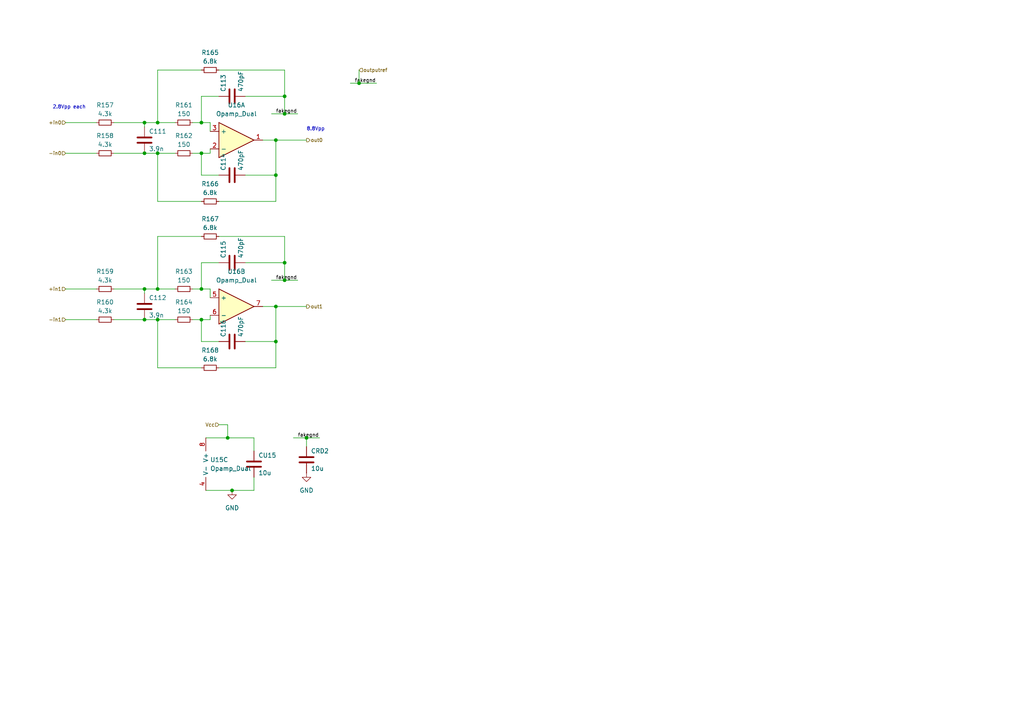
<source format=kicad_sch>
(kicad_sch (version 20231120) (generator "eeschema") (generator_version "8.0")
  (paper "A4")
  (lib_symbols
    (symbol "Device:C" (pin_numbers hide) (pin_names (offset 0.254))
      (property "Reference" "C" (at 0.635 2.54 0))
      (property "Value" "C" (at 0.635 -2.54 0))
      (symbol "C_0_1"
        (polyline (pts (xy -2.032 -0.762) (xy 2.032 -0.762)) (stroke (width 0.508)))
        (polyline (pts (xy -2.032 0.762) (xy 2.032 0.762)) (stroke (width 0.508)))
      )
      (symbol "C_1_1"
        (pin passive line (at 0 3.81 270) (length 2.794) (name "~") (number "1"))
        (pin passive line (at 0 -3.81 90) (length 2.794) (name "~") (number "2"))
      )
    )
    (symbol "Device:Opamp_Dual"
      (property "Reference" "U" (at 0 5.08 0))
      (property "Value" "Opamp_Dual" (at 0 -5.08 0))
      (symbol "Opamp_Dual_1_1"
        (polyline (pts (xy -5.08 5.08) (xy 5.08 0) (xy -5.08 -5.08) (xy -5.08 5.08)) (stroke (width 0.254)) (fill (type background)))
        (pin output line (at 7.62 0 180) (length 2.54) (name "~") (number "1"))
        (pin input line (at -7.62 -2.54 0) (length 2.54) (name "-") (number "2"))
        (pin input line (at -7.62 2.54 0) (length 2.54) (name "+") (number "3"))
      )
      (symbol "Opamp_Dual_2_1"
        (polyline (pts (xy -5.08 5.08) (xy 5.08 0) (xy -5.08 -5.08) (xy -5.08 5.08)) (stroke (width 0.254)) (fill (type background)))
        (pin input line (at -7.62 2.54 0) (length 2.54) (name "+") (number "5"))
        (pin input line (at -7.62 -2.54 0) (length 2.54) (name "-") (number "6"))
        (pin output line (at 7.62 0 180) (length 2.54) (name "~") (number "7"))
      )
      (symbol "Opamp_Dual_3_1"
        (pin power_in line (at -2.54 -7.62 90) (length 3.81) (name "V-") (number "4"))
        (pin power_in line (at -2.54 7.62 270) (length 3.81) (name "V+") (number "8"))
      )
    )
    (symbol "Device:R_Small" (pin_numbers hide) (pin_names (offset 0.254) hide)
      (property "Reference" "R" (at 0.762 0.508 0))
      (property "Value" "R_Small" (at 0.762 -1.016 0))
      (symbol "R_Small_0_1"
        (rectangle (start -0.762 1.778) (end 0.762 -1.778) (stroke (width 0.2032)))
      )
      (symbol "R_Small_1_1"
        (pin passive line (at 0 2.54 270) (length 0.762) (name "~") (number "1"))
        (pin passive line (at 0 -2.54 90) (length 0.762) (name "~") (number "2"))
      )
    )
    (symbol "power:GND" (power) (pin_numbers hide) (pin_names (offset 0) hide)
      (property "Value" "GND" (at 0 -3.81 0))
      (symbol "GND_0_1"
        (polyline (pts (xy 0 0) (xy 0 -1.27) (xy 1.27 -1.27) (xy 0 -2.54) (xy -1.27 -1.27) (xy 0 -1.27)))
      )
      (symbol "GND_1_1"
        (pin power_in line (at 0 0 270) (length 0) (name "~") (number "1"))
      )
    )
  )
  (junction (at 45.72 44.45))
  (junction (at 41.91 83.82))
  (junction (at 41.91 35.56))
  (junction (at 80.01 88.9))
  (junction (at 82.55 76.2))
  (junction (at 45.72 83.82))
  (junction (at 80.01 40.64))
  (junction (at 45.72 35.56))
  (junction (at 45.72 92.71))
  (junction (at 80.01 50.8))
  (junction (at 88.9 127))
  (junction (at 66.04 127))
  (junction (at 104.14 24.13))
  (junction (at 58.42 92.71))
  (junction (at 82.55 27.94))
  (junction (at 67.31 142.24))
  (junction (at 58.42 35.56))
  (junction (at 82.55 81.28))
  (junction (at 80.01 99.06))
  (junction (at 82.55 33.02))
  (junction (at 41.91 92.71))
  (junction (at 58.42 83.82))
  (junction (at 41.91 44.45))
  (junction (at 58.42 44.45))
  (wire (pts (xy 33.02 92.71) (xy 41.91 92.71)))
  (wire (pts (xy 71.12 27.94) (xy 82.55 27.94)))
  (wire (pts (xy 45.72 44.45) (xy 50.8 44.45)))
  (wire (pts (xy 45.72 35.56) (xy 50.8 35.56)))
  (wire (pts (xy 45.72 106.68) (xy 45.72 92.71)))
  (wire (pts (xy 63.5 76.2) (xy 58.42 76.2)))
  (wire (pts (xy 78.74 33.02) (xy 82.55 33.02)))
  (wire (pts (xy 41.91 35.56) (xy 41.91 36.83)))
  (wire (pts (xy 104.14 20.32) (xy 104.14 24.13)))
  (wire (pts (xy 58.42 27.94) (xy 58.42 35.56)))
  (wire (pts (xy 55.88 44.45) (xy 58.42 44.45)))
  (wire (pts (xy 55.88 83.82) (xy 58.42 83.82)))
  (wire (pts (xy 58.42 44.45) (xy 60.96 44.45)))
  (wire (pts (xy 63.5 123.19) (xy 66.04 123.19)))
  (wire (pts (xy 80.01 99.06) (xy 80.01 88.9)))
  (wire (pts (xy 71.12 76.2) (xy 82.55 76.2)))
  (wire (pts (xy 45.72 92.71) (xy 50.8 92.71)))
  (wire (pts (xy 63.5 20.32) (xy 82.55 20.32)))
  (wire (pts (xy 41.91 44.45) (xy 45.72 44.45)))
  (wire (pts (xy 60.96 92.71) (xy 60.96 91.44)))
  (wire (pts (xy 60.96 35.56) (xy 60.96 38.1)))
  (wire (pts (xy 104.14 24.13) (xy 109.22 24.13)))
  (wire (pts (xy 101.6 24.13) (xy 104.14 24.13)))
  (wire (pts (xy 73.66 127) (xy 73.66 130.81)))
  (wire (pts (xy 71.12 99.06) (xy 80.01 99.06)))
  (wire (pts (xy 45.72 83.82) (xy 50.8 83.82)))
  (wire (pts (xy 19.05 92.71) (xy 27.94 92.71)))
  (wire (pts (xy 82.55 33.02) (xy 86.36 33.02)))
  (wire (pts (xy 80.01 40.64) (xy 88.9 40.64)))
  (wire (pts (xy 58.42 58.42) (xy 45.72 58.42)))
  (wire (pts (xy 60.96 44.45) (xy 60.96 43.18)))
  (wire (pts (xy 33.02 35.56) (xy 41.91 35.56)))
  (wire (pts (xy 88.9 127) (xy 92.71 127)))
  (wire (pts (xy 55.88 92.71) (xy 58.42 92.71)))
  (wire (pts (xy 82.55 20.32) (xy 82.55 27.94)))
  (wire (pts (xy 45.72 58.42) (xy 45.72 44.45)))
  (wire (pts (xy 58.42 106.68) (xy 45.72 106.68)))
  (wire (pts (xy 63.5 106.68) (xy 80.01 106.68)))
  (wire (pts (xy 82.55 81.28) (xy 86.36 81.28)))
  (wire (pts (xy 73.66 142.24) (xy 73.66 138.43)))
  (wire (pts (xy 80.01 88.9) (xy 88.9 88.9)))
  (wire (pts (xy 58.42 20.32) (xy 45.72 20.32)))
  (wire (pts (xy 58.42 68.58) (xy 45.72 68.58)))
  (wire (pts (xy 67.31 142.24) (xy 73.66 142.24)))
  (wire (pts (xy 58.42 99.06) (xy 58.42 92.71)))
  (wire (pts (xy 45.72 20.32) (xy 45.72 35.56)))
  (wire (pts (xy 63.5 50.8) (xy 58.42 50.8)))
  (wire (pts (xy 59.69 127) (xy 66.04 127)))
  (wire (pts (xy 58.42 35.56) (xy 60.96 35.56)))
  (wire (pts (xy 71.12 50.8) (xy 80.01 50.8)))
  (wire (pts (xy 45.72 68.58) (xy 45.72 83.82)))
  (wire (pts (xy 58.42 92.71) (xy 60.96 92.71)))
  (wire (pts (xy 80.01 58.42) (xy 80.01 50.8)))
  (wire (pts (xy 66.04 127) (xy 73.66 127)))
  (wire (pts (xy 85.09 127) (xy 88.9 127)))
  (wire (pts (xy 19.05 83.82) (xy 27.94 83.82)))
  (wire (pts (xy 19.05 35.56) (xy 27.94 35.56)))
  (wire (pts (xy 41.91 92.71) (xy 45.72 92.71)))
  (wire (pts (xy 78.74 81.28) (xy 82.55 81.28)))
  (wire (pts (xy 58.42 83.82) (xy 60.96 83.82)))
  (wire (pts (xy 55.88 35.56) (xy 58.42 35.56)))
  (wire (pts (xy 41.91 83.82) (xy 45.72 83.82)))
  (wire (pts (xy 63.5 99.06) (xy 58.42 99.06)))
  (wire (pts (xy 60.96 83.82) (xy 60.96 86.36)))
  (wire (pts (xy 80.01 106.68) (xy 80.01 99.06)))
  (wire (pts (xy 41.91 83.82) (xy 41.91 85.09)))
  (wire (pts (xy 88.9 127) (xy 88.9 129.54)))
  (wire (pts (xy 66.04 123.19) (xy 66.04 127)))
  (wire (pts (xy 33.02 44.45) (xy 41.91 44.45)))
  (wire (pts (xy 82.55 27.94) (xy 82.55 33.02)))
  (wire (pts (xy 33.02 83.82) (xy 41.91 83.82)))
  (wire (pts (xy 58.42 76.2) (xy 58.42 83.82)))
  (wire (pts (xy 82.55 68.58) (xy 82.55 76.2)))
  (wire (pts (xy 82.55 76.2) (xy 82.55 81.28)))
  (wire (pts (xy 63.5 68.58) (xy 82.55 68.58)))
  (wire (pts (xy 63.5 27.94) (xy 58.42 27.94)))
  (wire (pts (xy 80.01 50.8) (xy 80.01 40.64)))
  (wire (pts (xy 80.01 40.64) (xy 76.2 40.64)))
  (wire (pts (xy 80.01 88.9) (xy 76.2 88.9)))
  (wire (pts (xy 58.42 50.8) (xy 58.42 44.45)))
  (wire (pts (xy 19.05 44.45) (xy 27.94 44.45)))
  (wire (pts (xy 63.5 58.42) (xy 80.01 58.42)))
  (wire (pts (xy 59.69 142.24) (xy 67.31 142.24)))
  (wire (pts (xy 41.91 35.56) (xy 45.72 35.56)))
  (text "2.8Vpp each" (at 15.24 31.75 0) (effects (font (size 1.016 1.016)) (justify left bottom)))
  (text "8.8Vpp" (at 88.9 38.1 0) (effects (font (size 1.016 1.016)) (justify left bottom)))
  (label "fakegnd" (at 86.36 127 0) (effects (font (size 1.016 1.016))))
  (label "fakegnd" (at 80.01 33.02 0) (effects (font (size 1.016 1.016))))
  (label "fakegnd" (at 102.87 24.13 0) (effects (font (size 1.016 1.016))))
  (label "fakegnd" (at 80.01 81.28 0) (effects (font (size 1.016 1.016))))
  (hierarchical_label "+in0" (shape input) (at 19.05 35.56 180) (effects (font (size 1.016 1.016))))
  (hierarchical_label "-in0" (shape input) (at 19.05 44.45 180) (effects (font (size 1.016 1.016))))
  (hierarchical_label "outputref" (shape input) (at 104.14 20.32 0) (effects (font (size 1.016 1.016))))
  (hierarchical_label "out1" (shape output) (at 88.9 88.9 0) (effects (font (size 1.016 1.016))))
  (hierarchical_label "out0" (shape output) (at 88.9 40.64 0) (effects (font (size 1.016 1.016))))
  (hierarchical_label "+in1" (shape input) (at 19.05 83.82 180) (effects (font (size 1.016 1.016))))
  (hierarchical_label "-in1" (shape input) (at 19.05 92.71 180) (effects (font (size 1.016 1.016))))
  (hierarchical_label "Vcc" (shape input) (at 63.5 123.19 180) (effects (font (size 1.016 1.016))))
  (symbol (lib_id "Device:C") (at 67.31 76.2 90) (unit 1)
    (property "Reference" "C115" (at 64.77 74.93 0) (effects (justify left)))
    (property "Value" "470pF" (at 69.85 74.93 0) (effects (justify left)))
    (property "Footprint" "invendelirium_audio:C_0603" (effects (hide yes)))
    (property "Voltage" "16V" (effects (hide yes)))
    (instances (project "uberamp1" (path "" (reference "C115") (unit 1)) (path "" (reference "C121") (unit 1)) (path "" (reference "C90") (unit 1)) (path "" (reference "C94") (unit 1))))
  )
  (symbol (lib_id "Device:R_Small") (at 53.34 44.45 90) (unit 1)
    (property "Reference" "R162" (at 53.34 39.37 90))
    (property "Value" "150" (at 53.34 41.91 90))
    (property "Footprint" "invendelirium_audio:R_0603" (effects (hide yes)))
    (instances (project "uberamp1" (path "" (reference "R162") (unit 1)) (path "" (reference "R174") (unit 1)) (path "" (reference "R110") (unit 1)) (path "" (reference "R123") (unit 1))))
  )
  (symbol (lib_id "Device:R_Small") (at 30.48 35.56 90) (unit 1)
    (property "Reference" "R157" (at 30.48 30.48 90))
    (property "Value" "4.3k" (at 30.48 33.02 90))
    (property "Footprint" "invendelirium_audio:R_0603" (effects (hide yes)))
    (instances (project "uberamp1" (path "" (reference "R157") (unit 1)) (path "" (reference "R169") (unit 1)) (path "" (reference "R107") (unit 1)) (path "" (reference "R118") (unit 1))))
  )
  (symbol (lib_id "Device:C") (at 67.31 99.06 90) (unit 1)
    (property "Reference" "C116" (at 64.77 97.79 0) (effects (justify left)))
    (property "Value" "470pF" (at 69.85 97.79 0) (effects (justify left)))
    (property "Footprint" "invendelirium_audio:C_0603" (effects (hide yes)))
    (property "Voltage" "16V" (effects (hide yes)))
    (instances (project "uberamp1" (path "" (reference "C116") (unit 1)) (path "" (reference "C122") (unit 1)) (path "" (reference "C91") (unit 1)) (path "" (reference "C95") (unit 1))))
  )
  (symbol (lib_id "Device:C") (at 41.91 88.9 0) (unit 1)
    (property "Reference" "C112" (at 43.18 86.36 0) (effects (justify left)))
    (property "Value" "3.9n" (at 43.18 91.44 0) (effects (justify left)))
    (property "Footprint" "invendelirium_audio:C_0603" (effects (hide yes)))
    (property "Voltage" "16V" (effects (hide yes)))
    (instances (project "uberamp1" (path "" (reference "C112") (unit 1)) (path "" (reference "C118") (unit 1)) (path "" (reference "C89") (unit 1)) (path "" (reference "C85") (unit 1))))
  )
  (symbol (lib_id "Device:R_Small") (at 53.34 83.82 90) (unit 1)
    (property "Reference" "R163" (at 53.34 78.74 90))
    (property "Value" "150" (at 53.34 81.28 90))
    (property "Footprint" "invendelirium_audio:R_0603" (effects (hide yes)))
    (instances (project "uberamp1" (path "" (reference "R163") (unit 1)) (path "" (reference "R175") (unit 1)) (path "" (reference "R114") (unit 1)) (path "" (reference "R124") (unit 1))))
  )
  (symbol (lib_id "Device:C") (at 73.66 134.62 0) (unit 1)
    (property "Reference" "CU15" (at 74.93 132.08 0) (effects (justify left)))
    (property "Value" "10u" (at 74.93 137.16 0) (effects (justify left)))
    (property "Footprint" "invendelirium_audio:C_0603" (effects (hide yes)))
    (property "Voltage" "16V" (effects (hide yes)))
    (instances (project "uberamp1" (path "" (reference "CU15") (unit 1)) (path "" (reference "CU17") (unit 1)) (path "" (reference "CU11") (unit 1)) (path "" (reference "CU9") (unit 1))))
  )
  (symbol (lib_id "Device:R_Small") (at 53.34 35.56 90) (unit 1)
    (property "Reference" "R161" (at 53.34 30.48 90))
    (property "Value" "150" (at 53.34 33.02 90))
    (property "Footprint" "invendelirium_audio:R_0603" (effects (hide yes)))
    (instances (project "uberamp1" (path "" (reference "R161") (unit 1)) (path "" (reference "R173") (unit 1)) (path "" (reference "R109") (unit 1)) (path "" (reference "R122") (unit 1))))
  )
  (symbol (lib_id "Device:C") (at 67.31 50.8 90) (unit 1)
    (property "Reference" "C114" (at 64.77 49.53 0) (effects (justify left)))
    (property "Value" "470pF" (at 69.85 49.53 0) (effects (justify left)))
    (property "Footprint" "invendelirium_audio:C_0603" (effects (hide yes)))
    (property "Voltage" "16V" (effects (hide yes)))
    (instances (project "uberamp1" (path "" (reference "C114") (unit 1)) (path "" (reference "C120") (unit 1)) (path "" (reference "C86") (unit 1)) (path "" (reference "C93") (unit 1))))
  )
  (symbol (lib_id "Device:C") (at 67.31 27.94 90) (unit 1)
    (property "Reference" "C113" (at 64.77 26.67 0) (effects (justify left)))
    (property "Value" "470pF" (at 69.85 26.67 0) (effects (justify left)))
    (property "Footprint" "invendelirium_audio:C_0603" (effects (hide yes)))
    (property "Voltage" "16V" (effects (hide yes)))
    (instances (project "uberamp1" (path "" (reference "C113") (unit 1)) (path "" (reference "C119") (unit 1)) (path "" (reference "C88") (unit 1)) (path "" (reference "C92") (unit 1))))
  )
  (symbol (lib_id "Device:R_Small") (at 60.96 58.42 90) (unit 1)
    (property "Reference" "R166" (at 60.96 53.34 90))
    (property "Value" "6.8k" (at 60.96 55.88 90))
    (property "Footprint" "invendelirium_audio:R_0603" (effects (hide yes)))
    (instances (project "uberamp1" (path "" (reference "R166") (unit 1)) (path "" (reference "R178") (unit 1)) (path "" (reference "R108") (unit 1)) (path "" (reference "R127") (unit 1))))
  )
  (symbol (lib_id "Device:Opamp_Dual") (at 68.58 40.64 0) (unit 1)
    (property "Reference" "U16" (at 68.58 30.48 0))
    (property "Value" "Opamp_Dual" (at 68.58 33.02 0))
    (property "Footprint" "invendelirium_audio:SOIC-8" (effects (hide yes)))
    (property "Description" "Dual operational amplifier" (effects (hide yes)))
    (property "PN" "NE5532DRG4" (effects (hide yes)))
    (instances (project "" (path "" (reference "U16") (unit 1)) (path "" (reference "U17") (unit 1)) (path "" (reference "U11") (unit 1)) (path "" (reference "U12") (unit 1))))
  )
  (symbol (lib_id "Device:R_Small") (at 60.96 106.68 90) (unit 1)
    (property "Reference" "R168" (at 60.96 101.6 90))
    (property "Value" "6.8k" (at 60.96 104.14 90))
    (property "Footprint" "invendelirium_audio:R_0603" (effects (hide yes)))
    (instances (project "uberamp1" (path "" (reference "R168") (unit 1)) (path "" (reference "R180") (unit 1)) (path "" (reference "R117") (unit 1)) (path "" (reference "R129") (unit 1))))
  )
  (symbol (lib_id "Device:R_Small") (at 30.48 83.82 90) (unit 1)
    (property "Reference" "R159" (at 30.48 78.74 90))
    (property "Value" "4.3k" (at 30.48 81.28 90))
    (property "Footprint" "invendelirium_audio:R_0603" (effects (hide yes)))
    (instances (project "uberamp1" (path "" (reference "R159") (unit 1)) (path "" (reference "R171") (unit 1)) (path "" (reference "R112") (unit 1)) (path "" (reference "R120") (unit 1))))
  )
  (symbol (lib_id "Device:C") (at 88.9 133.35 0) (unit 1)
    (property "Reference" "CRD2" (at 90.17 130.81 0) (effects (justify left)))
    (property "Value" "10u" (at 90.17 135.89 0) (effects (justify left)))
    (property "Footprint" "invendelirium_audio:C_0603" (effects (hide yes)))
    (property "Voltage" "16V" (effects (hide yes)))
    (instances (project "uberamp1" (path "" (reference "CRD2") (unit 1)) (path "" (reference "CRD3") (unit 1)) (path "" (reference "CRD0") (unit 1)) (path "" (reference "CRD1") (unit 1))))
  )
  (symbol (lib_id "power:GND") (at 88.9 137.16 0) (unit 1)
    (property "Reference" "#PWR0125" (effects (hide yes)))
    (property "Value" "GND" (at 88.9 142.24 0))
    (instances (project "uberamp1" (path "" (reference "#PWR0125") (unit 1)) (path "" (reference "#PWR0127") (unit 1)) (path "" (reference "#PWR098") (unit 1)) (path "" (reference "#PWR0100") (unit 1))))
  )
  (symbol (lib_id "Device:R_Small") (at 30.48 44.45 90) (unit 1)
    (property "Reference" "R158" (at 30.48 39.37 90))
    (property "Value" "4.3k" (at 30.48 41.91 90))
    (property "Footprint" "invendelirium_audio:R_0603" (effects (hide yes)))
    (instances (project "uberamp1" (path "" (reference "R158") (unit 1)) (path "" (reference "R170") (unit 1)) (path "" (reference "R106") (unit 1)) (path "" (reference "R119") (unit 1))))
  )
  (symbol (lib_id "Device:R_Small") (at 30.48 92.71 90) (unit 1)
    (property "Reference" "R160" (at 30.48 87.63 90))
    (property "Value" "4.3k" (at 30.48 90.17 90))
    (property "Footprint" "invendelirium_audio:R_0603" (effects (hide yes)))
    (instances (project "uberamp1" (path "" (reference "R160") (unit 1)) (path "" (reference "R172") (unit 1)) (path "" (reference "R113") (unit 1)) (path "" (reference "R121") (unit 1))))
  )
  (symbol (lib_id "Device:R_Small") (at 60.96 20.32 90) (unit 1)
    (property "Reference" "R165" (at 60.96 15.24 90))
    (property "Value" "6.8k" (at 60.96 17.78 90))
    (property "Footprint" "invendelirium_audio:R_0603" (effects (hide yes)))
    (instances (project "uberamp1" (path "" (reference "R165") (unit 1)) (path "" (reference "R177") (unit 1)) (path "" (reference "R111") (unit 1)) (path "" (reference "R126") (unit 1))))
  )
  (symbol (lib_id "Device:R_Small") (at 53.34 92.71 90) (unit 1)
    (property "Reference" "R164" (at 53.34 87.63 90))
    (property "Value" "150" (at 53.34 90.17 90))
    (property "Footprint" "invendelirium_audio:R_0603" (effects (hide yes)))
    (instances (project "uberamp1" (path "" (reference "R164") (unit 1)) (path "" (reference "R176") (unit 1)) (path "" (reference "R115") (unit 1)) (path "" (reference "R125") (unit 1))))
  )
  (symbol (lib_id "Device:Opamp_Dual") (at 62.23 134.62 0) (unit 3)
    (property "Reference" "U15" (at 60.96 133.3499 0) (effects (justify left)))
    (property "Value" "Opamp_Dual" (at 60.96 135.8899 0) (effects (justify left)))
    (property "Footprint" "invendelirium_audio:SOIC-8" (effects (hide yes)))
    (property "Description" "Dual operational amplifier" (effects (hide yes)))
    (property "PN" "NE5532DRG4" (effects (hide yes)))
    (instances (project "" (path "" (reference "U15") (unit 3)) (path "" (reference "U17") (unit 3)) (path "" (reference "U11") (unit 3)) (path "" (reference "U12") (unit 3))))
  )
  (symbol (lib_id "Device:R_Small") (at 60.96 68.58 90) (unit 1)
    (property "Reference" "R167" (at 60.96 63.5 90))
    (property "Value" "6.8k" (at 60.96 66.04 90))
    (property "Footprint" "invendelirium_audio:R_0603" (effects (hide yes)))
    (instances (project "uberamp1" (path "" (reference "R167") (unit 1)) (path "" (reference "R179") (unit 1)) (path "" (reference "R116") (unit 1)) (path "" (reference "R128") (unit 1))))
  )
  (symbol (lib_id "power:GND") (at 67.31 142.24 0) (unit 1)
    (property "Reference" "#PWR0124" (effects (hide yes)))
    (property "Value" "GND" (at 67.31 147.32 0))
    (instances (project "uberamp1" (path "" (reference "#PWR0124") (unit 1)) (path "" (reference "#PWR0126") (unit 1)) (path "" (reference "#PWR097") (unit 1)) (path "" (reference "#PWR099") (unit 1))))
  )
  (symbol (lib_id "Device:C") (at 41.91 40.64 0) (unit 1)
    (property "Reference" "C111" (at 43.18 38.1 0) (effects (justify left)))
    (property "Value" "3.9n" (at 43.18 43.18 0) (effects (justify left)))
    (property "Footprint" "invendelirium_audio:C_0603" (effects (hide yes)))
    (property "Voltage" "16V" (effects (hide yes)))
    (instances (project "uberamp1" (path "" (reference "C111") (unit 1)) (path "" (reference "C117") (unit 1)) (path "" (reference "C87") (unit 1)) (path "" (reference "C84") (unit 1))))
  )
  (symbol (lib_id "Device:Opamp_Dual") (at 68.58 88.9 0) (unit 2)
    (property "Reference" "U16" (at 68.58 78.74 0))
    (property "Value" "Opamp_Dual" (at 68.58 81.28 0))
    (property "Footprint" "invendelirium_audio:SOIC-8" (effects (hide yes)))
    (property "Description" "Dual operational amplifier" (effects (hide yes)))
    (property "PN" "NE5532DRG4" (effects (hide yes)))
    (instances (project "" (path "" (reference "U16") (unit 2)) (path "" (reference "U17") (unit 2)) (path "" (reference "U11") (unit 2)) (path "" (reference "U12") (unit 2))))
  )
)
</source>
